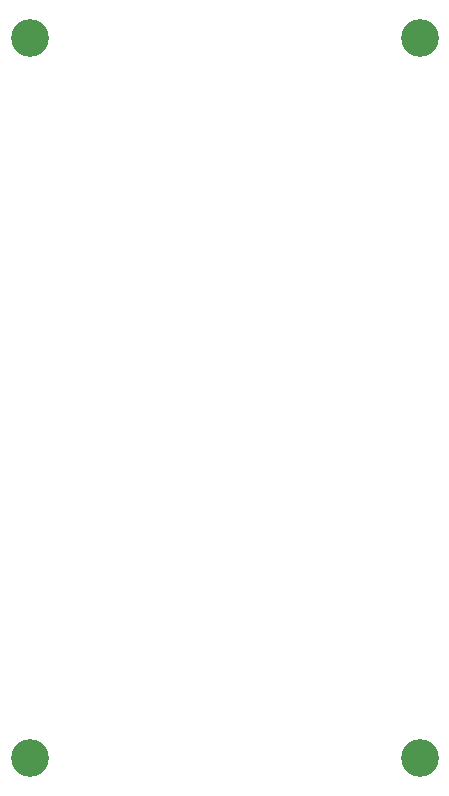
<source format=gbr>
%TF.GenerationSoftware,KiCad,Pcbnew,7.0.7*%
%TF.CreationDate,2024-02-26T23:05:14+05:30*%
%TF.ProjectId,ABC,4142432e-6b69-4636-9164-5f7063625858,v01*%
%TF.SameCoordinates,Original*%
%TF.FileFunction,NonPlated,1,2,NPTH,Drill*%
%TF.FilePolarity,Positive*%
%FSLAX46Y46*%
G04 Gerber Fmt 4.6, Leading zero omitted, Abs format (unit mm)*
G04 Created by KiCad (PCBNEW 7.0.7) date 2024-02-26 23:05:14*
%MOMM*%
%LPD*%
G01*
G04 APERTURE LIST*
%TA.AperFunction,ComponentDrill*%
%ADD10C,3.200000*%
%TD*%
G04 APERTURE END LIST*
D10*
%TO.C,REF\u002A\u002A*%
X101600000Y-88900000D03*
X101600000Y-149860000D03*
X134620000Y-88900000D03*
X134620000Y-149860000D03*
M02*

</source>
